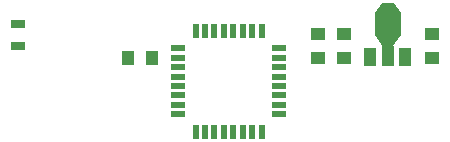
<source format=gtp>
G04 #@! TF.GenerationSoftware,KiCad,Pcbnew,(5.1.7)-1*
G04 #@! TF.CreationDate,2022-07-12T08:18:53+02:00*
G04 #@! TF.ProjectId,Flip-Flop-Modul,466c6970-2d46-46c6-9f70-2d4d6f64756c,rev?*
G04 #@! TF.SameCoordinates,Original*
G04 #@! TF.FileFunction,Paste,Top*
G04 #@! TF.FilePolarity,Positive*
%FSLAX46Y46*%
G04 Gerber Fmt 4.6, Leading zero omitted, Abs format (unit mm)*
G04 Created by KiCad (PCBNEW (5.1.7)-1) date 2022-07-12 08:18:53*
%MOMM*%
%LPD*%
G01*
G04 APERTURE LIST*
%ADD10R,1.300000X0.700000*%
%ADD11R,1.000000X1.250000*%
%ADD12R,1.250000X1.000000*%
%ADD13C,0.100000*%
%ADD14R,1.000000X1.500000*%
%ADD15R,1.000000X1.800000*%
%ADD16R,2.200000X1.840000*%
%ADD17R,1.200000X0.600000*%
%ADD18R,0.600000X1.200000*%
G04 APERTURE END LIST*
D10*
X42200000Y-45640000D03*
X42200000Y-47540000D03*
D11*
X53500000Y-48500000D03*
X51500000Y-48500000D03*
D12*
X67600000Y-48500000D03*
X67600000Y-46500000D03*
D13*
G36*
X72365000Y-44758000D02*
G01*
X72965000Y-43908000D01*
X73965000Y-43908000D01*
X74565000Y-44758000D01*
X72365000Y-44758000D01*
G37*
D14*
X71965000Y-48480000D03*
D15*
X73465000Y-48333500D03*
D14*
X74965000Y-48480000D03*
D16*
X73465000Y-45666500D03*
D13*
G36*
X74565000Y-46576200D02*
G01*
X73865000Y-47576200D01*
X73065000Y-47576200D01*
X72365000Y-46576200D01*
X74565000Y-46576200D01*
G37*
D12*
X69750000Y-48500000D03*
X69750000Y-46500000D03*
X77250000Y-48500000D03*
X77250000Y-46500000D03*
D17*
X64250000Y-53300000D03*
X64250000Y-52500000D03*
X64250000Y-51700000D03*
X64250000Y-50900000D03*
X64250000Y-50100000D03*
X64250000Y-49300000D03*
X64250000Y-48500000D03*
X64250000Y-47700000D03*
D18*
X62800000Y-46250000D03*
X62000000Y-46250000D03*
X61200000Y-46250000D03*
X60400000Y-46250000D03*
X59600000Y-46250000D03*
X58800000Y-46250000D03*
X58000000Y-46250000D03*
X57200000Y-46250000D03*
D17*
X55750000Y-47700000D03*
X55750000Y-48500000D03*
X55750000Y-49300000D03*
X55750000Y-50100000D03*
X55750000Y-50900000D03*
X55750000Y-51700000D03*
X55750000Y-52500000D03*
X55750000Y-53300000D03*
D18*
X57200000Y-54750000D03*
X58000000Y-54750000D03*
X58800000Y-54750000D03*
X59600000Y-54750000D03*
X60400000Y-54750000D03*
X61200000Y-54750000D03*
X62000000Y-54750000D03*
X62800000Y-54750000D03*
M02*

</source>
